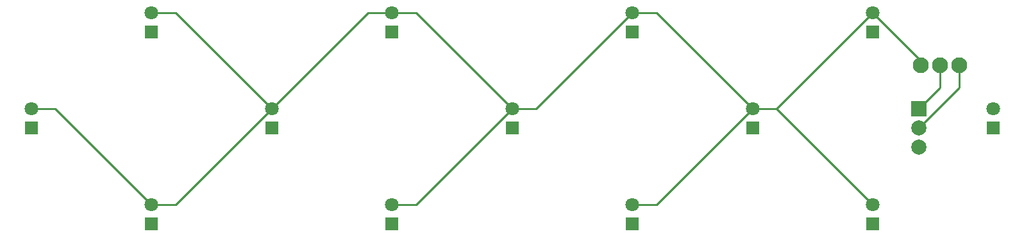
<source format=gtl>
%TF.GenerationSoftware,KiCad,Pcbnew,7.0.10*%
%TF.CreationDate,2024-10-31T16:23:13-04:00*%
%TF.ProjectId,segment,7365676d-656e-4742-9e6b-696361645f70,rev?*%
%TF.SameCoordinates,Original*%
%TF.FileFunction,Copper,L1,Top*%
%TF.FilePolarity,Positive*%
%FSLAX46Y46*%
G04 Gerber Fmt 4.6, Leading zero omitted, Abs format (unit mm)*
G04 Created by KiCad (PCBNEW 7.0.10) date 2024-10-31 16:23:13*
%MOMM*%
%LPD*%
G01*
G04 APERTURE LIST*
%TA.AperFunction,ComponentPad*%
%ADD10R,1.800000X1.800000*%
%TD*%
%TA.AperFunction,ComponentPad*%
%ADD11C,1.800000*%
%TD*%
%TA.AperFunction,ComponentPad*%
%ADD12C,2.100000*%
%TD*%
%TA.AperFunction,ComponentPad*%
%ADD13R,2.010000X2.010000*%
%TD*%
%TA.AperFunction,ComponentPad*%
%ADD14C,2.010000*%
%TD*%
%TA.AperFunction,Conductor*%
%ADD15C,0.250000*%
%TD*%
G04 APERTURE END LIST*
D10*
%TO.P,D1,1,K*%
%TO.N,Net-(D1-K)*%
X60960000Y-104140000D03*
D11*
%TO.P,D1,2,A*%
%TO.N,Net-(D1-A)*%
X60960000Y-101600000D03*
%TD*%
D10*
%TO.P,D13,1,K*%
%TO.N,Net-(D1-K)*%
X187960000Y-104140000D03*
D11*
%TO.P,D13,2,A*%
%TO.N,Net-(D1-A)*%
X187960000Y-101600000D03*
%TD*%
D10*
%TO.P,D12,1,K*%
%TO.N,Net-(D1-K)*%
X172085000Y-91440000D03*
D11*
%TO.P,D12,2,A*%
%TO.N,Net-(D1-A)*%
X172085000Y-88900000D03*
%TD*%
D10*
%TO.P,D11,1,K*%
%TO.N,Net-(D1-K)*%
X156210000Y-104140000D03*
D11*
%TO.P,D11,2,A*%
%TO.N,Net-(D1-A)*%
X156210000Y-101600000D03*
%TD*%
D10*
%TO.P,D3,1,K*%
%TO.N,Net-(D1-K)*%
X76835000Y-91440000D03*
D11*
%TO.P,D3,2,A*%
%TO.N,Net-(D1-A)*%
X76835000Y-88900000D03*
%TD*%
D10*
%TO.P,D7,1,K*%
%TO.N,Net-(D1-K)*%
X140335000Y-116840000D03*
D11*
%TO.P,D7,2,A*%
%TO.N,Net-(D1-A)*%
X140335000Y-114300000D03*
%TD*%
D10*
%TO.P,D5,1,K*%
%TO.N,Net-(D1-K)*%
X92710000Y-104140000D03*
D11*
%TO.P,D5,2,A*%
%TO.N,Net-(D1-A)*%
X92710000Y-101600000D03*
%TD*%
D10*
%TO.P,D9,1,K*%
%TO.N,Net-(D1-K)*%
X140335000Y-91440000D03*
D11*
%TO.P,D9,2,A*%
%TO.N,Net-(D1-A)*%
X140335000Y-88900000D03*
%TD*%
D10*
%TO.P,D4,1,K*%
%TO.N,Net-(D1-K)*%
X76835000Y-116840000D03*
D11*
%TO.P,D4,2,A*%
%TO.N,Net-(D1-A)*%
X76835000Y-114300000D03*
%TD*%
D10*
%TO.P,D6,1,K*%
%TO.N,Net-(D1-K)*%
X108585000Y-91440000D03*
D11*
%TO.P,D6,2,A*%
%TO.N,Net-(D1-A)*%
X108585000Y-88900000D03*
%TD*%
D10*
%TO.P,D10,1,K*%
%TO.N,Net-(D1-K)*%
X172085000Y-116840000D03*
D11*
%TO.P,D10,2,A*%
%TO.N,Net-(D1-A)*%
X172085000Y-114300000D03*
%TD*%
D10*
%TO.P,D2,1,K*%
%TO.N,Net-(D1-K)*%
X108585000Y-116840000D03*
D11*
%TO.P,D2,2,A*%
%TO.N,Net-(D1-A)*%
X108585000Y-114300000D03*
%TD*%
D10*
%TO.P,D8,1,K*%
%TO.N,Net-(D1-K)*%
X124460000Y-104140000D03*
D11*
%TO.P,D8,2,A*%
%TO.N,Net-(D1-A)*%
X124460000Y-101600000D03*
%TD*%
D12*
%TO.P,J1,1*%
%TO.N,Net-(U1-D)*%
X183515000Y-95885000D03*
%TO.P,J1,2*%
%TO.N,Net-(U1-G)*%
X180975000Y-95885000D03*
%TO.P,J1,3*%
%TO.N,Net-(D1-A)*%
X178435000Y-95885000D03*
%TD*%
D13*
%TO.P,Q1,1*%
%TO.N,Net-(U1-G)*%
X178174500Y-101600000D03*
D14*
%TO.P,Q1,2*%
%TO.N,Net-(U1-D)*%
X178174500Y-104140000D03*
%TO.P,Q1,3*%
%TO.N,Net-(D1-K)*%
X178174500Y-106680000D03*
%TD*%
D15*
%TO.N,Net-(D1-A)*%
X111760000Y-88900000D02*
X108585000Y-88900000D01*
X80010000Y-88900000D02*
X76835000Y-88900000D01*
X92710000Y-101600000D02*
X80010000Y-88900000D01*
X140335000Y-88900000D02*
X127635000Y-101600000D01*
X159385000Y-101600000D02*
X156210000Y-101600000D01*
X108585000Y-88900000D02*
X105410000Y-88900000D01*
X172085000Y-114300000D02*
X159385000Y-101600000D01*
X172085000Y-88900000D02*
X159385000Y-101600000D01*
X64135000Y-101600000D02*
X60960000Y-101600000D01*
X76835000Y-114300000D02*
X64135000Y-101600000D01*
X156210000Y-101600000D02*
X143510000Y-114300000D01*
X105410000Y-88900000D02*
X92710000Y-101600000D01*
X111760000Y-114300000D02*
X108585000Y-114300000D01*
X178435000Y-95250000D02*
X178435000Y-95885000D01*
X92710000Y-101600000D02*
X80010000Y-114300000D01*
X124460000Y-101600000D02*
X111760000Y-114300000D01*
X143510000Y-88900000D02*
X140335000Y-88900000D01*
X80010000Y-114300000D02*
X76835000Y-114300000D01*
X143510000Y-114300000D02*
X140335000Y-114300000D01*
X156210000Y-101600000D02*
X143510000Y-88900000D01*
X172085000Y-88900000D02*
X178435000Y-95250000D01*
X127635000Y-101600000D02*
X124460000Y-101600000D01*
X124460000Y-101600000D02*
X111760000Y-88900000D01*
%TO.N,Net-(U1-D)*%
X183515000Y-98799500D02*
X178174500Y-104140000D01*
X183515000Y-95885000D02*
X183515000Y-98799500D01*
%TO.N,Net-(U1-G)*%
X180975000Y-95885000D02*
X180975000Y-98799500D01*
X180975000Y-98799500D02*
X178174500Y-101600000D01*
%TD*%
M02*

</source>
